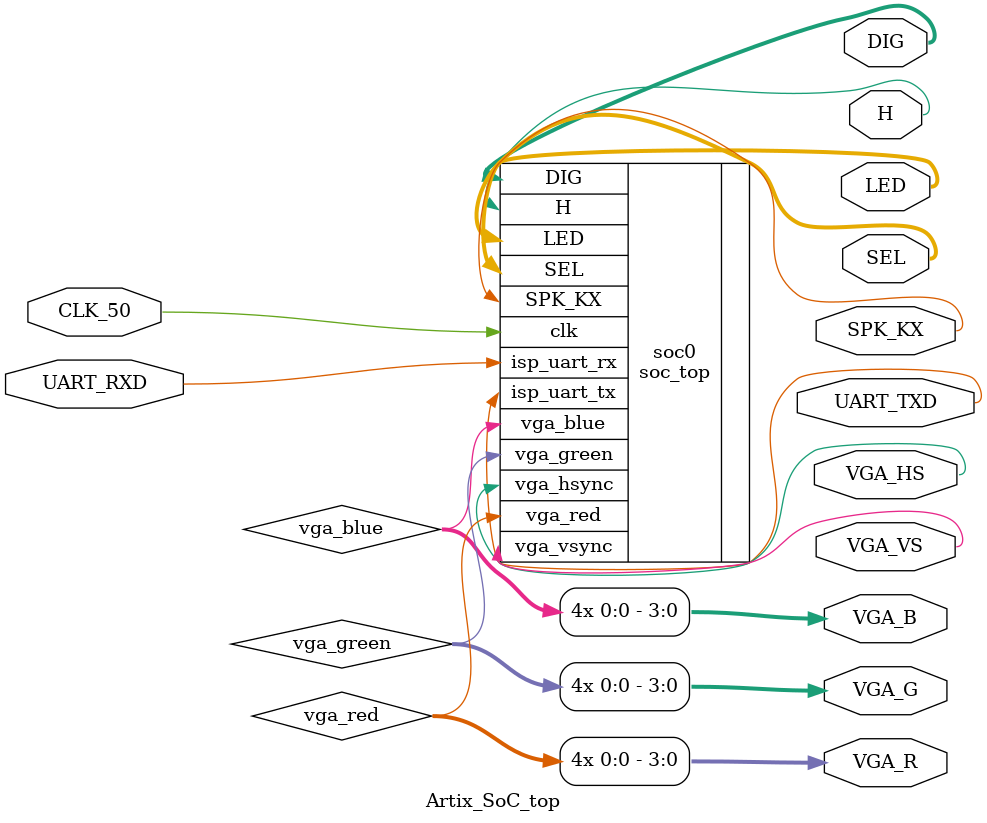
<source format=v>
module Artix_SoC_top(

////////////CLOCK//////////
input 		          		CLK_50,
//////////SEG8//////////
output 		   [7:0]       	SEL,
output 		   [7:0]     	DIG,

////////////KEY//////////
//input 		     [3:0]		KEY,

////////////VGA//////////
output		     [3:0]		VGA_B,
output		     [3:0]		VGA_G,
output		          		VGA_HS,
output		     [3:0]		VGA_R,
output		          		VGA_VS,

//SPK
output           [3:0]      LED,
output           SPK_KX,
output           H,

////////////Serial Port//////////
output 		          		UART_TXD,
input 		          		UART_RXD 

);


//=======================================================
//  REG/WIRE declarations
wire clk;
//=======================================================
wire vga_red, vga_green, vga_blue;
assign VGA_R = {4{vga_red}};
assign VGA_G = {4{vga_green}};
assign VGA_B = {4{vga_blue}};

soc_top soc0(
    .clk              ( CLK_50    ),
    .isp_uart_rx      ( UART_RXD  ),
    .isp_uart_tx      ( UART_TXD  ),
    .SEL      		  ( SEL       ),
    .DIG      		  ( DIG       ),
    .vga_hsync        ( VGA_HS    ),
    .vga_vsync        ( VGA_VS    ),
    .vga_red          ( vga_red   ),
    .vga_green        ( vga_green ),
    .vga_blue         ( vga_blue  ),
    .LED              ( LED       ),
    .H                ( H         ),
    .SPK_KX           ( SPK_KX    )
);



endmodule

</source>
